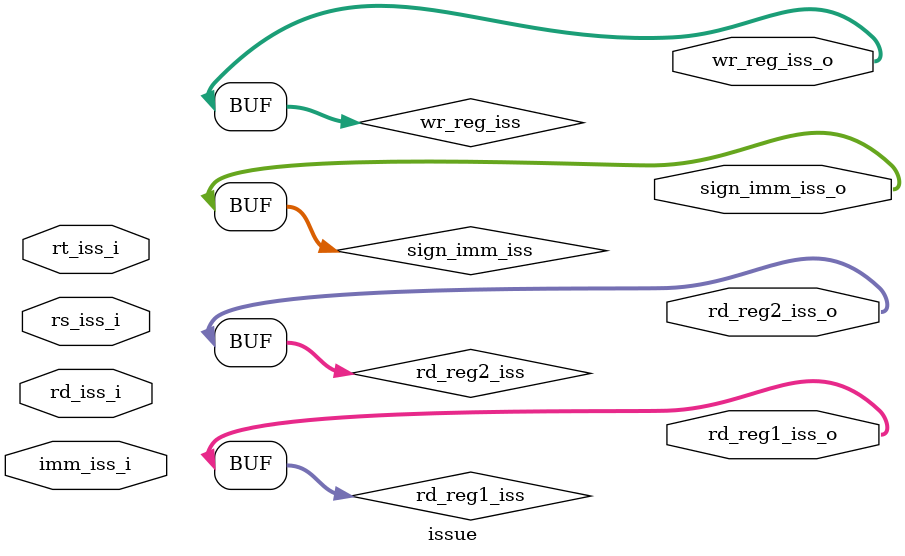
<source format=v>

module issue
    (
        input   wire[5:0]   rs_iss_i,
        input   wire[5:0]   rt_iss_i,
        input   wire[5:0]   rd_iss_i,
        input   wire[15:0]  imm_iss_i,
        output  wire[5:0]   rd_reg1_iss_o,
        output  wire[5:0]   rd_reg2_iss_o,
        output  wire[5:0]   wr_reg_iss_o,
        output  wire[31:0]  sign_imm_iss_o
    );

    wire[5:0]   rd_reg1_iss;
    wire[5:0]   rd_reg2_iss;
    wire[5:0]   wr_reg_iss;
    wire[31:0]  sign_imm_iss;

    assign rd_reg1_iss_o  = rd_reg1_iss;
    assign rd_reg2_iss_o  = rd_reg2_iss;
    assign wr_reg_iss_o   = wr_reg_iss;
    assign sign_imm_iss_o = sign_imm_iss;

endmodule

</source>
